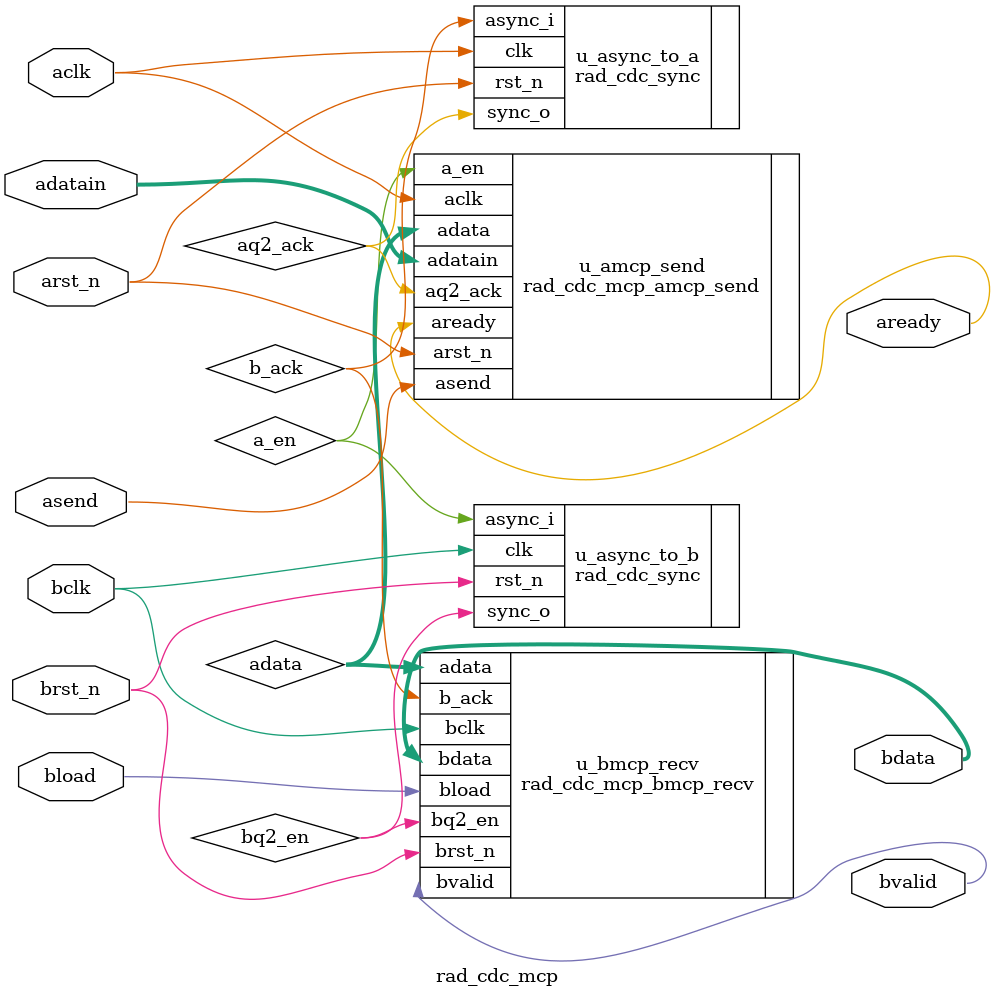
<source format=sv>


// Multi-bit CDC multi-cycle pulse (MCP) block
// Based on "Clock Domain Crossing (CDC) Design & Verification Techniques
// Using SystemVerilog" by Clifford E. Cummings, 2008"

`include "rad_timescale.svh"
`default_nettype none

//------------------------------------------------------------------------------
// rad_cdc_mcp: top-level MCP CDC block (closed-loop ready/ack)
//------------------------------------------------------------------------------
//
// This is essentially the "MCP formulation with acknowledge feedback" from the
// paper, factored into a single reusable block.
//
// a-domain (source):
//   - adatain, asend, aclk, arst_n
//   - aready indicates we can launch the next word
//
// b-domain (destination):
//   - bdata, bvalid, bclk, brst_n
//   - when bvalid && bload, bdata is consumed and ack is sent back
//
module rad_cdc_mcp #(
    parameter int unsigned WIDTH = 8
) (
    // a-domain (source)
    output logic             aready,
    input  logic [WIDTH-1:0] adatain,
    input  logic             asend,
    input  logic             aclk,
    input  logic             arst_n,

    // b-domain (destination)
    output logic [WIDTH-1:0] bdata,
    output logic             bvalid,
    input  logic             bload,
    input  logic             bclk,
    input  logic             brst_n
);

  // Internal multi-bit bus & handshake toggles
  logic [WIDTH-1:0] adata;

  logic             a_en;  // toggle from a-domain to b-domain
  logic             bq2_en;  // synchronized version in b-domain

  logic             b_ack;  // toggle from b-domain to a-domain
  logic             aq2_ack;  // synchronized version in a-domain

  // Synchronize toggles between domains
  rad_cdc_sync u_async_to_b (
      .sync_o (bq2_en),
      .async_i(a_en),
      .clk    (bclk),
      .rst_n  (brst_n)
  );

  rad_cdc_sync u_async_to_a (
      .sync_o (aq2_ack),
      .async_i(b_ack),
      .clk    (aclk),
      .rst_n  (arst_n)
  );

  // Source-side logic (aclk)
  rad_cdc_mcp_amcp_send #(
      .WIDTH(WIDTH)
  ) u_amcp_send (
      .adata  (adata),
      .a_en   (a_en),
      .aready (aready),
      .adatain(adatain),
      .asend  (asend),
      .aq2_ack(aq2_ack),
      .aclk   (aclk),
      .arst_n (arst_n)
  );

  // Destination-side logic (bclk)
  rad_cdc_mcp_bmcp_recv #(
      .WIDTH(WIDTH)
  ) u_bmcp_recv (
      .bdata (bdata),
      .bvalid(bvalid),
      .b_ack (b_ack),
      .adata (adata),
      .bload (bload),
      .bq2_en(bq2_en),
      .bclk  (bclk),
      .brst_n(brst_n)
  );

endmodule

`default_nettype wire

</source>
